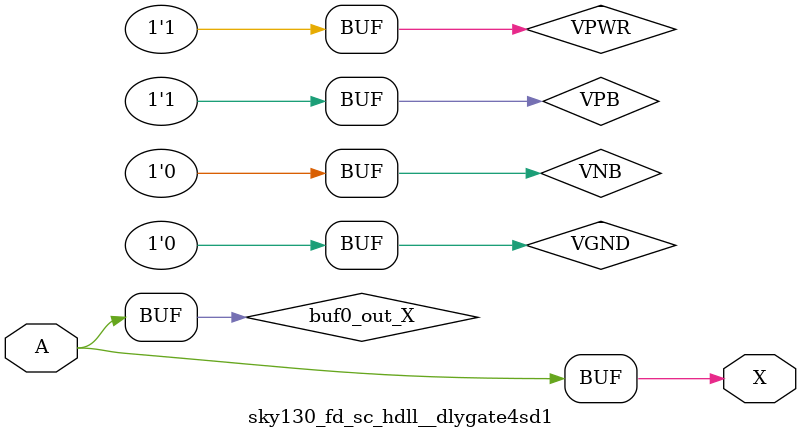
<source format=v>
/*
 * Copyright 2020 The SkyWater PDK Authors
 *
 * Licensed under the Apache License, Version 2.0 (the "License");
 * you may not use this file except in compliance with the License.
 * You may obtain a copy of the License at
 *
 *     https://www.apache.org/licenses/LICENSE-2.0
 *
 * Unless required by applicable law or agreed to in writing, software
 * distributed under the License is distributed on an "AS IS" BASIS,
 * WITHOUT WARRANTIES OR CONDITIONS OF ANY KIND, either express or implied.
 * See the License for the specific language governing permissions and
 * limitations under the License.
 *
 * SPDX-License-Identifier: Apache-2.0
*/


`ifndef SKY130_FD_SC_HDLL__DLYGATE4SD1_BEHAVIORAL_V
`define SKY130_FD_SC_HDLL__DLYGATE4SD1_BEHAVIORAL_V

/**
 * dlygate4sd1: Delay Buffer 4-stage 0.15um length inner stage gates.
 *
 * Verilog simulation functional model.
 */

`timescale 1ns / 1ps
`default_nettype none

`celldefine
module sky130_fd_sc_hdll__dlygate4sd1 (
    X,
    A
);

    // Module ports
    output X;
    input  A;

    // Module supplies
    supply1 VPWR;
    supply0 VGND;
    supply1 VPB ;
    supply0 VNB ;

    // Local signals
    wire buf0_out_X;

    //  Name  Output      Other arguments
    buf buf0 (buf0_out_X, A              );
    buf buf1 (X         , buf0_out_X     );

endmodule
`endcelldefine

`default_nettype wire
`endif  // SKY130_FD_SC_HDLL__DLYGATE4SD1_BEHAVIORAL_V
</source>
